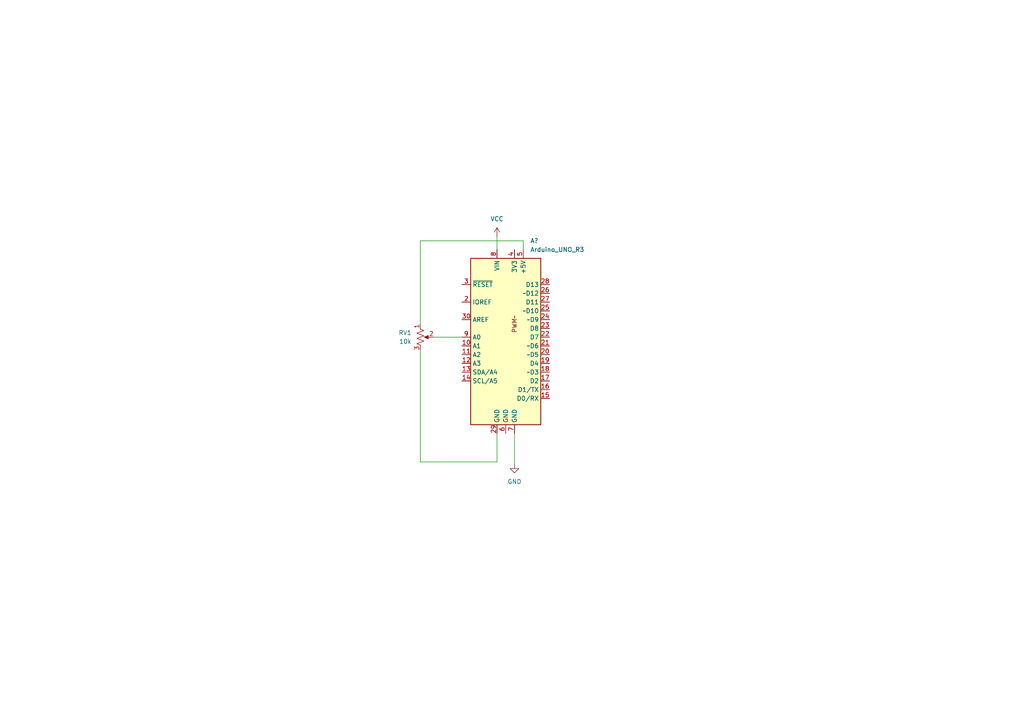
<source format=kicad_sch>
(kicad_sch (version 20211123) (generator eeschema)
  (paper "A4")
  (lib_symbols
    (symbol "Arduino:Arduino_UNO_R3"
      (property "Reference" "A" (at -10.16 23.495 0))
      (property "Value" "Arduino_UNO_R3" (at 5.08 -26.67 0))
      (symbol "Arduino_UNO_R3_0_0"
        (text "PWM~" (at 2.54 3.81 900) (effects (font (size 1.27 1.27))))
      )
      (symbol "Arduino_UNO_R3_0_1"
        (rectangle (start -10.16 22.86) (end 10.16 -25.4) (stroke (width 0.254)) (fill (type background)))
      )
      (symbol "Arduino_UNO_R3_1_1"
        (pin bidirectional line (at -12.7 -2.54 0) (length 2.54) (name "A1") (number "10"))
        (pin bidirectional line (at -12.7 -5.08 0) (length 2.54) (name "A2") (number "11"))
        (pin bidirectional line (at -12.7 -7.62 0) (length 2.54) (name "A3") (number "12"))
        (pin bidirectional line (at -12.7 -10.16 0) (length 2.54) (name "SDA/A4") (number "13"))
        (pin bidirectional line (at -12.7 -12.7 0) (length 2.54) (name "SCL/A5") (number "14"))
        (pin bidirectional line (at 12.7 -17.78 180) (length 2.54) (name "D0/RX") (number "15"))
        (pin bidirectional line (at 12.7 -15.24 180) (length 2.54) (name "D1/TX") (number "16"))
        (pin bidirectional line (at 12.7 -12.7 180) (length 2.54) (name "D2") (number "17"))
        (pin bidirectional line (at 12.7 -10.16 180) (length 2.54) (name "~D3") (number "18"))
        (pin bidirectional line (at 12.7 -7.62 180) (length 2.54) (name "D4") (number "19"))
        (pin output line (at -12.7 10.16 0) (length 2.54) (name "IOREF") (number "2"))
        (pin bidirectional line (at 12.7 -5.08 180) (length 2.54) (name "~D5") (number "20"))
        (pin bidirectional line (at 12.7 -2.54 180) (length 2.54) (name "~D6") (number "21"))
        (pin bidirectional line (at 12.7 0 180) (length 2.54) (name "D7") (number "22"))
        (pin bidirectional line (at 12.7 2.54 180) (length 2.54) (name "D8") (number "23"))
        (pin bidirectional line (at 12.7 5.08 180) (length 2.54) (name "~D9") (number "24"))
        (pin bidirectional line (at 12.7 7.62 180) (length 2.54) (name "~D10") (number "25"))
        (pin bidirectional line (at 12.7 12.7 180) (length 2.54) (name "~D12") (number "26"))
        (pin bidirectional line (at 12.7 10.16 180) (length 2.54) (name "D11") (number "27"))
        (pin bidirectional line (at 12.7 15.24 180) (length 2.54) (name "D13") (number "28"))
        (pin power_in line (at -2.54 -27.94 90) (length 2.54) (name "GND") (number "29"))
        (pin input line (at -12.7 15.24 0) (length 2.54) (name "~{RESET}") (number "3"))
        (pin input line (at -12.7 5.08 0) (length 2.54) (name "AREF") (number "30"))
        (pin power_out line (at 2.54 25.4 270) (length 2.54) (name "3V3") (number "4"))
        (pin power_out line (at 5.08 25.4 270) (length 2.54) (name "+5V") (number "5"))
        (pin power_in line (at 0 -27.94 90) (length 2.54) (name "GND") (number "6"))
        (pin power_in line (at 2.54 -27.94 90) (length 2.54) (name "GND") (number "7"))
        (pin power_in line (at -2.54 25.4 270) (length 2.54) (name "VIN") (number "8"))
        (pin bidirectional line (at -12.7 0 0) (length 2.54) (name "A0") (number "9"))
      )
    )
    (symbol "Device:R_Potentiometer_US" (pin_names (offset 1.016) hide)
      (property "Reference" "RV" (at -4.445 0 90))
      (property "Value" "R_Potentiometer_US" (at -2.54 0 90))
      (symbol "R_Potentiometer_US_0_1"
        (polyline (pts (xy 0 -2.286) (xy 0 -2.54)))
        (polyline (pts (xy 0 2.54) (xy 0 2.286)))
        (polyline (pts (xy 2.54 0) (xy 1.524 0)))
        (polyline (pts (xy 1.143 0) (xy 2.286 0.508) (xy 2.286 -0.508) (xy 1.143 0)) (fill (type outline)))
        (polyline (pts (xy 0 -0.762) (xy 1.016 -1.143) (xy 0 -1.524) (xy -1.016 -1.905) (xy 0 -2.286)))
        (polyline (pts (xy 0 0.762) (xy 1.016 0.381) (xy 0 0) (xy -1.016 -0.381) (xy 0 -0.762)))
        (polyline (pts (xy 0 2.286) (xy 1.016 1.905) (xy 0 1.524) (xy -1.016 1.143) (xy 0 0.762)))
      )
      (symbol "R_Potentiometer_US_1_1"
        (pin passive line (at 0 3.81 270) (length 1.27) (name "1") (number "1"))
        (pin passive line (at 3.81 0 180) (length 1.27) (name "2") (number "2"))
        (pin passive line (at 0 -3.81 90) (length 1.27) (name "3") (number "3"))
      )
    )
    (symbol "power:GND" (power) (pin_names (offset 0))
      (property "Value" "GND" (at 0 -3.81 0))
      (symbol "GND_0_1"
        (polyline (pts (xy 0 0) (xy 0 -1.27) (xy 1.27 -1.27) (xy 0 -2.54) (xy -1.27 -1.27) (xy 0 -1.27)))
      )
      (symbol "GND_1_1"
        (pin power_in line (at 0 0 270) (length 0) hide (name "GND") (number "1"))
      )
    )
    (symbol "power:VCC" (power) (pin_names (offset 0))
      (property "Value" "VCC" (at 0 3.81 0))
      (symbol "VCC_0_1"
        (polyline (pts (xy -0.762 1.27) (xy 0 2.54)))
        (polyline (pts (xy 0 0) (xy 0 2.54)))
        (polyline (pts (xy 0 2.54) (xy 0.762 1.27)))
      )
      (symbol "VCC_1_1"
        (pin power_in line (at 0 0 90) (length 0) hide (name "VCC") (number "1"))
      )
    )
  )
  (wire (pts (xy 121.92 133.985) (xy 144.145 133.985)))
  (wire (pts (xy 151.765 69.85) (xy 151.765 72.39)))
  (wire (pts (xy 121.92 69.85) (xy 151.765 69.85)))
  (wire (pts (xy 144.145 133.985) (xy 144.145 125.73)))
  (wire (pts (xy 121.92 101.6) (xy 121.92 133.985)))
  (wire (pts (xy 125.73 97.79) (xy 133.985 97.79)))
  (wire (pts (xy 144.145 68.58) (xy 144.145 72.39)))
  (wire (pts (xy 149.225 125.73) (xy 149.225 134.62)))
  (wire (pts (xy 121.92 69.85) (xy 121.92 93.98)))
  (symbol (lib_id "power:GND") (at 149.225 134.62 0) (unit 1)
    (property "Reference" "#PWR?" (effects hide))
    (property "Value" "GND" (at 149.225 139.7 0))
  )
  (symbol (lib_id "Arduino:Arduino_UNO_R3") (at 146.685 97.79 0) (unit 1)
    (property "Reference" "A?" (at 153.7844 69.85 0) (effects (justify left)))
    (property "Value" "Arduino_UNO_R3" (at 153.7844 72.39 0) (effects (justify left)))
    (property "Footprint" "Module:Arduino_UNO_R3" (effects hide))
    (property "Datasheet" "https://www.arduino.cc/en/Main/arduinoBoardUno" (effects hide))
  )
  (symbol (lib_id "Device:R_Potentiometer_US") (at 121.92 97.79 0) (unit 1)
    (property "Reference" "RV1" (at 119.38 96.5199 0) (effects (justify right)))
    (property "Value" "10k" (at 119.38 99.0599 0) (effects (justify right)))
  )
  (symbol (lib_id "power:VCC") (at 144.145 68.58 0) (unit 1)
    (property "Reference" "#PWR?" (effects hide))
    (property "Value" "VCC" (at 144.145 63.5 0))
  )
)
</source>
